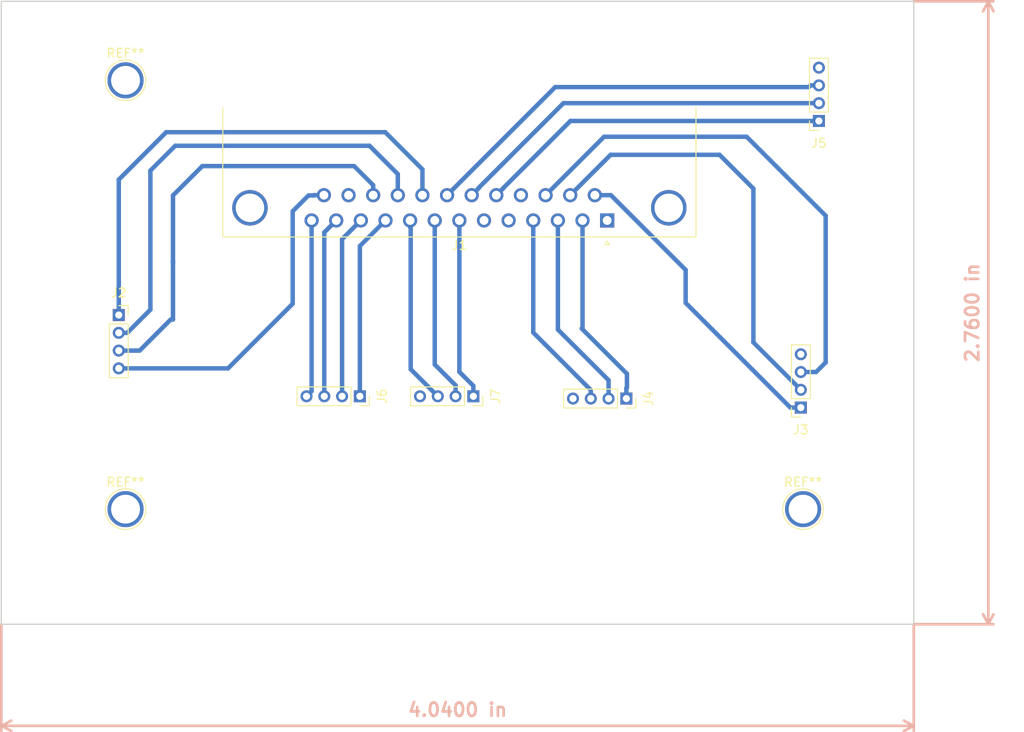
<source format=kicad_pcb>
(kicad_pcb (version 20171130) (host pcbnew "(5.0.0)")

  (general
    (thickness 1.6)
    (drawings 7)
    (tracks 90)
    (zones 0)
    (modules 10)
    (nets 30)
  )

  (page A4)
  (layers
    (0 F.Cu signal)
    (31 B.Cu signal)
    (32 B.Adhes user)
    (33 F.Adhes user)
    (34 B.Paste user)
    (35 F.Paste user)
    (36 B.SilkS user)
    (37 F.SilkS user)
    (38 B.Mask user)
    (39 F.Mask user)
    (40 Dwgs.User user)
    (41 Cmts.User user)
    (42 Eco1.User user)
    (43 Eco2.User user)
    (44 Edge.Cuts user)
    (45 Margin user)
    (46 B.CrtYd user)
    (47 F.CrtYd user)
    (48 B.Fab user)
    (49 F.Fab user)
  )

  (setup
    (last_trace_width 0.5)
    (trace_clearance 0.2)
    (zone_clearance 0.508)
    (zone_45_only no)
    (trace_min 0.2)
    (segment_width 0.2)
    (edge_width 0.15)
    (via_size 0.8)
    (via_drill 0.4)
    (via_min_size 0.4)
    (via_min_drill 0.3)
    (uvia_size 0.3)
    (uvia_drill 0.1)
    (uvias_allowed no)
    (uvia_min_size 0.2)
    (uvia_min_drill 0.1)
    (pcb_text_width 0.3)
    (pcb_text_size 1.5 1.5)
    (mod_edge_width 0.15)
    (mod_text_size 1 1)
    (mod_text_width 0.15)
    (pad_size 4.064 4.064)
    (pad_drill 3.248)
    (pad_to_mask_clearance 0.2)
    (solder_mask_min_width 0.25)
    (aux_axis_origin 0 0)
    (visible_elements 7FFFFFFF)
    (pcbplotparams
      (layerselection 0x010fc_ffffffff)
      (usegerberextensions false)
      (usegerberattributes false)
      (usegerberadvancedattributes false)
      (creategerberjobfile false)
      (excludeedgelayer true)
      (linewidth 0.100000)
      (plotframeref false)
      (viasonmask false)
      (mode 1)
      (useauxorigin false)
      (hpglpennumber 1)
      (hpglpenspeed 20)
      (hpglpendiameter 15.000000)
      (psnegative false)
      (psa4output false)
      (plotreference true)
      (plotvalue true)
      (plotinvisibletext false)
      (padsonsilk false)
      (subtractmaskfromsilk false)
      (outputformat 1)
      (mirror false)
      (drillshape 1)
      (scaleselection 1)
      (outputdirectory ""))
  )

  (net 0 "")
  (net 1 "Net-(J1-Pad1)")
  (net 2 "Net-(J1-Pad5)")
  (net 3 "Net-(J1-Pad6)")
  (net 4 "Net-(J1-Pad17)")
  (net 5 "Net-(J1-Pad24)")
  (net 6 "Net-(J5-Pad4)")
  (net 7 "Net-(J7-Pad4)")
  (net 8 B2)
  (net 9 B4)
  (net 10 B1)
  (net 11 L4)
  (net 12 L6)
  (net 13 M1)
  (net 14 L2)
  (net 15 L5)
  (net 16 L3)
  (net 17 L1)
  (net 18 B6)
  (net 19 B3)
  (net 20 B5)
  (net 21 LC)
  (net 22 Sensor)
  (net 23 M2)
  (net 24 +5V)
  (net 25 +5VA)
  (net 26 +12V)
  (net 27 GND)
  (net 28 "Net-(J3-Pad4)")
  (net 29 "Net-(J4-Pad4)")

  (net_class Default "This is the default net class."
    (clearance 0.2)
    (trace_width 0.5)
    (via_dia 0.8)
    (via_drill 0.4)
    (uvia_dia 0.3)
    (uvia_drill 0.1)
    (add_net +12V)
    (add_net +5V)
    (add_net +5VA)
    (add_net B1)
    (add_net B2)
    (add_net B3)
    (add_net B4)
    (add_net B5)
    (add_net B6)
    (add_net GND)
    (add_net L1)
    (add_net L2)
    (add_net L3)
    (add_net L4)
    (add_net L5)
    (add_net L6)
    (add_net LC)
    (add_net M1)
    (add_net M2)
    (add_net "Net-(J1-Pad1)")
    (add_net "Net-(J1-Pad17)")
    (add_net "Net-(J1-Pad24)")
    (add_net "Net-(J1-Pad5)")
    (add_net "Net-(J1-Pad6)")
    (add_net "Net-(J3-Pad4)")
    (add_net "Net-(J4-Pad4)")
    (add_net "Net-(J5-Pad4)")
    (add_net "Net-(J7-Pad4)")
    (add_net Sensor)
  )

  (net_class POWER ""
    (clearance 0.2)
    (trace_width 0.8)
    (via_dia 0.8)
    (via_drill 0.4)
    (uvia_dia 0.3)
    (uvia_drill 0.1)
  )

  (module Connectors:1pin (layer F.Cu) (tedit 5BE44C85) (tstamp 5BE44DDE)
    (at 114.3 45.72)
    (descr "module 1 pin (ou trou mecanique de percage)")
    (tags DEV)
    (fp_text reference REF** (at 0 -3.048) (layer F.SilkS)
      (effects (font (size 1 1) (thickness 0.15)))
    )
    (fp_text value 1pin (at 0 3) (layer F.Fab)
      (effects (font (size 1 1) (thickness 0.15)))
    )
    (fp_circle (center 0 0) (end 2 0.8) (layer F.Fab) (width 0.1))
    (fp_circle (center 0 0) (end 2.6 0) (layer F.CrtYd) (width 0.05))
    (fp_circle (center 0 0) (end 0 -2.286) (layer F.SilkS) (width 0.12))
    (pad 1 thru_hole circle (at 0 0) (size 4.064 4.064) (drill 3.248) (layers *.Cu *.Mask))
  )

  (module Connectors:1pin (layer F.Cu) (tedit 5BE44C85) (tstamp 5BE44D17)
    (at 114.3 93.98)
    (descr "module 1 pin (ou trou mecanique de percage)")
    (tags DEV)
    (fp_text reference REF** (at 0 -3.048) (layer F.SilkS)
      (effects (font (size 1 1) (thickness 0.15)))
    )
    (fp_text value 1pin (at 0 3) (layer F.Fab)
      (effects (font (size 1 1) (thickness 0.15)))
    )
    (fp_circle (center 0 0) (end 0 -2.286) (layer F.SilkS) (width 0.12))
    (fp_circle (center 0 0) (end 2.6 0) (layer F.CrtYd) (width 0.05))
    (fp_circle (center 0 0) (end 2 0.8) (layer F.Fab) (width 0.1))
    (pad 1 thru_hole circle (at 0 0) (size 4.064 4.064) (drill 3.248) (layers *.Cu *.Mask))
  )

  (module Connector_Dsub:DSUB-25_Male_Horizontal_P2.77x2.84mm_EdgePinOffset9.90mm_Housed_MountingHolesOffset11.32mm (layer F.Cu) (tedit 59FEDEE2) (tstamp 5BD0A4D7)
    (at 168.463001 61.488339 180)
    (descr "25-pin D-Sub connector, horizontal/angled (90 deg), THT-mount, male, pitch 2.77x2.84mm, pin-PCB-offset 9.9mm, distance of mounting holes 47.1mm, distance of mounting holes to PCB edge 11.32mm, see https://disti-assets.s3.amazonaws.com/tonar/files/datasheets/16730.pdf")
    (tags "25-pin D-Sub connector horizontal angled 90deg THT male pitch 2.77x2.84mm pin-PCB-offset 9.9mm mounting-holes-distance 47.1mm mounting-hole-offset 47.1mm")
    (path /5BBD7A36)
    (fp_text reference J1 (at 16.62 -2.8 180) (layer F.SilkS)
      (effects (font (size 1 1) (thickness 0.15)))
    )
    (fp_text value DB25_Male (at 16.62 20.64 180) (layer F.Fab)
      (effects (font (size 1 1) (thickness 0.15)))
    )
    (fp_arc (start -6.93 1.42) (end -8.53 1.42) (angle 180) (layer F.Fab) (width 0.1))
    (fp_arc (start 40.17 1.42) (end 38.57 1.42) (angle 180) (layer F.Fab) (width 0.1))
    (fp_line (start -9.93 -1.8) (end -9.93 12.74) (layer F.Fab) (width 0.1))
    (fp_line (start -9.93 12.74) (end 43.17 12.74) (layer F.Fab) (width 0.1))
    (fp_line (start 43.17 12.74) (end 43.17 -1.8) (layer F.Fab) (width 0.1))
    (fp_line (start 43.17 -1.8) (end -9.93 -1.8) (layer F.Fab) (width 0.1))
    (fp_line (start -9.93 12.74) (end -9.93 13.14) (layer F.Fab) (width 0.1))
    (fp_line (start -9.93 13.14) (end 43.17 13.14) (layer F.Fab) (width 0.1))
    (fp_line (start 43.17 13.14) (end 43.17 12.74) (layer F.Fab) (width 0.1))
    (fp_line (start 43.17 12.74) (end -9.93 12.74) (layer F.Fab) (width 0.1))
    (fp_line (start -2.53 13.14) (end -2.53 19.14) (layer F.Fab) (width 0.1))
    (fp_line (start -2.53 19.14) (end 35.77 19.14) (layer F.Fab) (width 0.1))
    (fp_line (start 35.77 19.14) (end 35.77 13.14) (layer F.Fab) (width 0.1))
    (fp_line (start 35.77 13.14) (end -2.53 13.14) (layer F.Fab) (width 0.1))
    (fp_line (start -9.43 13.14) (end -9.43 18.14) (layer F.Fab) (width 0.1))
    (fp_line (start -9.43 18.14) (end -4.43 18.14) (layer F.Fab) (width 0.1))
    (fp_line (start -4.43 18.14) (end -4.43 13.14) (layer F.Fab) (width 0.1))
    (fp_line (start -4.43 13.14) (end -9.43 13.14) (layer F.Fab) (width 0.1))
    (fp_line (start 37.67 13.14) (end 37.67 18.14) (layer F.Fab) (width 0.1))
    (fp_line (start 37.67 18.14) (end 42.67 18.14) (layer F.Fab) (width 0.1))
    (fp_line (start 42.67 18.14) (end 42.67 13.14) (layer F.Fab) (width 0.1))
    (fp_line (start 42.67 13.14) (end 37.67 13.14) (layer F.Fab) (width 0.1))
    (fp_line (start -8.53 12.74) (end -8.53 1.42) (layer F.Fab) (width 0.1))
    (fp_line (start -5.33 12.74) (end -5.33 1.42) (layer F.Fab) (width 0.1))
    (fp_line (start 38.57 12.74) (end 38.57 1.42) (layer F.Fab) (width 0.1))
    (fp_line (start 41.77 12.74) (end 41.77 1.42) (layer F.Fab) (width 0.1))
    (fp_line (start -9.99 12.68) (end -9.99 -1.86) (layer F.SilkS) (width 0.12))
    (fp_line (start -9.99 -1.86) (end 43.23 -1.86) (layer F.SilkS) (width 0.12))
    (fp_line (start 43.23 -1.86) (end 43.23 12.68) (layer F.SilkS) (width 0.12))
    (fp_line (start -0.25 -2.754338) (end 0.25 -2.754338) (layer F.SilkS) (width 0.12))
    (fp_line (start 0.25 -2.754338) (end 0 -2.321325) (layer F.SilkS) (width 0.12))
    (fp_line (start 0 -2.321325) (end -0.25 -2.754338) (layer F.SilkS) (width 0.12))
    (fp_line (start -10.45 -2.35) (end -10.45 19.65) (layer F.CrtYd) (width 0.05))
    (fp_line (start -10.45 19.65) (end 43.7 19.65) (layer F.CrtYd) (width 0.05))
    (fp_line (start 43.7 19.65) (end 43.7 -2.35) (layer F.CrtYd) (width 0.05))
    (fp_line (start 43.7 -2.35) (end -10.45 -2.35) (layer F.CrtYd) (width 0.05))
    (fp_text user %R (at 16.62 16.14 180) (layer F.Fab)
      (effects (font (size 1 1) (thickness 0.15)))
    )
    (pad 1 thru_hole rect (at 0 0 180) (size 1.6 1.6) (drill 1) (layers *.Cu *.Mask)
      (net 1 "Net-(J1-Pad1)"))
    (pad 2 thru_hole circle (at 2.77 0 180) (size 1.6 1.6) (drill 1) (layers *.Cu *.Mask)
      (net 8 B2))
    (pad 3 thru_hole circle (at 5.54 0 180) (size 1.6 1.6) (drill 1) (layers *.Cu *.Mask)
      (net 9 B4))
    (pad 4 thru_hole circle (at 8.31 0 180) (size 1.6 1.6) (drill 1) (layers *.Cu *.Mask)
      (net 10 B1))
    (pad 5 thru_hole circle (at 11.08 0 180) (size 1.6 1.6) (drill 1) (layers *.Cu *.Mask)
      (net 2 "Net-(J1-Pad5)"))
    (pad 6 thru_hole circle (at 13.85 0 180) (size 1.6 1.6) (drill 1) (layers *.Cu *.Mask)
      (net 3 "Net-(J1-Pad6)"))
    (pad 7 thru_hole circle (at 16.62 0 180) (size 1.6 1.6) (drill 1) (layers *.Cu *.Mask)
      (net 11 L4))
    (pad 8 thru_hole circle (at 19.39 0 180) (size 1.6 1.6) (drill 1) (layers *.Cu *.Mask)
      (net 12 L6))
    (pad 9 thru_hole circle (at 22.16 0 180) (size 1.6 1.6) (drill 1) (layers *.Cu *.Mask)
      (net 13 M1))
    (pad 10 thru_hole circle (at 24.93 0 180) (size 1.6 1.6) (drill 1) (layers *.Cu *.Mask)
      (net 14 L2))
    (pad 11 thru_hole circle (at 27.7 0 180) (size 1.6 1.6) (drill 1) (layers *.Cu *.Mask)
      (net 15 L5))
    (pad 12 thru_hole circle (at 30.47 0 180) (size 1.6 1.6) (drill 1) (layers *.Cu *.Mask)
      (net 16 L3))
    (pad 13 thru_hole circle (at 33.24 0 180) (size 1.6 1.6) (drill 1) (layers *.Cu *.Mask)
      (net 17 L1))
    (pad 14 thru_hole circle (at 1.385 2.84 180) (size 1.6 1.6) (drill 1) (layers *.Cu *.Mask)
      (net 18 B6))
    (pad 15 thru_hole circle (at 4.155 2.84 180) (size 1.6 1.6) (drill 1) (layers *.Cu *.Mask)
      (net 19 B3))
    (pad 16 thru_hole circle (at 6.925 2.84 180) (size 1.6 1.6) (drill 1) (layers *.Cu *.Mask)
      (net 20 B5))
    (pad 17 thru_hole circle (at 9.695 2.84 180) (size 1.6 1.6) (drill 1) (layers *.Cu *.Mask)
      (net 4 "Net-(J1-Pad17)"))
    (pad 18 thru_hole circle (at 12.465 2.84 180) (size 1.6 1.6) (drill 1) (layers *.Cu *.Mask)
      (net 21 LC))
    (pad 19 thru_hole circle (at 15.235 2.84 180) (size 1.6 1.6) (drill 1) (layers *.Cu *.Mask)
      (net 22 Sensor))
    (pad 20 thru_hole circle (at 18.005 2.84 180) (size 1.6 1.6) (drill 1) (layers *.Cu *.Mask)
      (net 23 M2))
    (pad 21 thru_hole circle (at 20.775 2.84 180) (size 1.6 1.6) (drill 1) (layers *.Cu *.Mask)
      (net 24 +5V))
    (pad 22 thru_hole circle (at 23.545 2.84 180) (size 1.6 1.6) (drill 1) (layers *.Cu *.Mask)
      (net 25 +5VA))
    (pad 23 thru_hole circle (at 26.315 2.84 180) (size 1.6 1.6) (drill 1) (layers *.Cu *.Mask)
      (net 26 +12V))
    (pad 24 thru_hole circle (at 29.085 2.84 180) (size 1.6 1.6) (drill 1) (layers *.Cu *.Mask)
      (net 5 "Net-(J1-Pad24)"))
    (pad 25 thru_hole circle (at 31.855 2.84 180) (size 1.6 1.6) (drill 1) (layers *.Cu *.Mask)
      (net 27 GND))
    (pad 0 thru_hole circle (at -6.93 1.42 180) (size 4 4) (drill 3.2) (layers *.Cu *.Mask))
    (pad 0 thru_hole circle (at 40.17 1.42 180) (size 4 4) (drill 3.2) (layers *.Cu *.Mask))
    (model ${KISYS3DMOD}/Connector_Dsub.3dshapes/DSUB-25_Male_Horizontal_P2.77x2.84mm_EdgePinOffset9.90mm_Housed_MountingHolesOffset11.32mm.wrl
      (at (xyz 0 0 0))
      (scale (xyz 1 1 1))
      (rotate (xyz 0 0 0))
    )
  )

  (module Connector_PinSocket_2.00mm:PinSocket_1x04_P2.00mm_Vertical (layer F.Cu) (tedit 5A19A425) (tstamp 5BD0A421)
    (at 113.538 72.136)
    (descr "Through hole straight socket strip, 1x04, 2.00mm pitch, single row (from Kicad 4.0.7), script generated")
    (tags "Through hole socket strip THT 1x04 2.00mm single row")
    (path /5BBD5659)
    (fp_text reference J2 (at 0 -2.5) (layer F.SilkS)
      (effects (font (size 1 1) (thickness 0.15)))
    )
    (fp_text value Conn_01x04 (at 0 8.5) (layer F.Fab)
      (effects (font (size 1 1) (thickness 0.15)))
    )
    (fp_text user %R (at 0 3 90) (layer F.Fab)
      (effects (font (size 1 1) (thickness 0.15)))
    )
    (fp_line (start -1.5 7.5) (end -1.5 -1.5) (layer F.CrtYd) (width 0.05))
    (fp_line (start 1.5 7.5) (end -1.5 7.5) (layer F.CrtYd) (width 0.05))
    (fp_line (start 1.5 -1.5) (end 1.5 7.5) (layer F.CrtYd) (width 0.05))
    (fp_line (start -1.5 -1.5) (end 1.5 -1.5) (layer F.CrtYd) (width 0.05))
    (fp_line (start 0 -1.06) (end 1.06 -1.06) (layer F.SilkS) (width 0.12))
    (fp_line (start 1.06 -1.06) (end 1.06 0) (layer F.SilkS) (width 0.12))
    (fp_line (start 1.06 1) (end 1.06 7.06) (layer F.SilkS) (width 0.12))
    (fp_line (start -1.06 7.06) (end 1.06 7.06) (layer F.SilkS) (width 0.12))
    (fp_line (start -1.06 1) (end -1.06 7.06) (layer F.SilkS) (width 0.12))
    (fp_line (start -1.06 1) (end 1.06 1) (layer F.SilkS) (width 0.12))
    (fp_line (start -1 7) (end -1 -1) (layer F.Fab) (width 0.1))
    (fp_line (start 1 7) (end -1 7) (layer F.Fab) (width 0.1))
    (fp_line (start 1 -0.5) (end 1 7) (layer F.Fab) (width 0.1))
    (fp_line (start 0.5 -1) (end 1 -0.5) (layer F.Fab) (width 0.1))
    (fp_line (start -1 -1) (end 0.5 -1) (layer F.Fab) (width 0.1))
    (pad 4 thru_hole oval (at 0 6) (size 1.35 1.35) (drill 0.8) (layers *.Cu *.Mask)
      (net 27 GND))
    (pad 3 thru_hole oval (at 0 4) (size 1.35 1.35) (drill 0.8) (layers *.Cu *.Mask)
      (net 26 +12V))
    (pad 2 thru_hole oval (at 0 2) (size 1.35 1.35) (drill 0.8) (layers *.Cu *.Mask)
      (net 25 +5VA))
    (pad 1 thru_hole rect (at 0 0) (size 1.35 1.35) (drill 0.8) (layers *.Cu *.Mask)
      (net 24 +5V))
    (model ${KISYS3DMOD}/Connector_PinSocket_2.00mm.3dshapes/PinSocket_1x04_P2.00mm_Vertical.wrl
      (at (xyz 0 0 0))
      (scale (xyz 1 1 1))
      (rotate (xyz 0 0 0))
    )
  )

  (module Connector_PinSocket_2.00mm:PinSocket_1x04_P2.00mm_Vertical (layer F.Cu) (tedit 5A19A425) (tstamp 5BD0A5BF)
    (at 190.246 82.55 180)
    (descr "Through hole straight socket strip, 1x04, 2.00mm pitch, single row (from Kicad 4.0.7), script generated")
    (tags "Through hole socket strip THT 1x04 2.00mm single row")
    (path /5BBD5423)
    (fp_text reference J3 (at 0 -2.5 180) (layer F.SilkS)
      (effects (font (size 1 1) (thickness 0.15)))
    )
    (fp_text value Conn_01x04 (at 0 8.5 180) (layer F.Fab)
      (effects (font (size 1 1) (thickness 0.15)))
    )
    (fp_line (start -1 -1) (end 0.5 -1) (layer F.Fab) (width 0.1))
    (fp_line (start 0.5 -1) (end 1 -0.5) (layer F.Fab) (width 0.1))
    (fp_line (start 1 -0.5) (end 1 7) (layer F.Fab) (width 0.1))
    (fp_line (start 1 7) (end -1 7) (layer F.Fab) (width 0.1))
    (fp_line (start -1 7) (end -1 -1) (layer F.Fab) (width 0.1))
    (fp_line (start -1.06 1) (end 1.06 1) (layer F.SilkS) (width 0.12))
    (fp_line (start -1.06 1) (end -1.06 7.06) (layer F.SilkS) (width 0.12))
    (fp_line (start -1.06 7.06) (end 1.06 7.06) (layer F.SilkS) (width 0.12))
    (fp_line (start 1.06 1) (end 1.06 7.06) (layer F.SilkS) (width 0.12))
    (fp_line (start 1.06 -1.06) (end 1.06 0) (layer F.SilkS) (width 0.12))
    (fp_line (start 0 -1.06) (end 1.06 -1.06) (layer F.SilkS) (width 0.12))
    (fp_line (start -1.5 -1.5) (end 1.5 -1.5) (layer F.CrtYd) (width 0.05))
    (fp_line (start 1.5 -1.5) (end 1.5 7.5) (layer F.CrtYd) (width 0.05))
    (fp_line (start 1.5 7.5) (end -1.5 7.5) (layer F.CrtYd) (width 0.05))
    (fp_line (start -1.5 7.5) (end -1.5 -1.5) (layer F.CrtYd) (width 0.05))
    (fp_text user %R (at 0 3 270) (layer F.Fab)
      (effects (font (size 1 1) (thickness 0.15)))
    )
    (pad 1 thru_hole rect (at 0 0 180) (size 1.35 1.35) (drill 0.8) (layers *.Cu *.Mask)
      (net 18 B6))
    (pad 2 thru_hole oval (at 0 2 180) (size 1.35 1.35) (drill 0.8) (layers *.Cu *.Mask)
      (net 19 B3))
    (pad 3 thru_hole oval (at 0 4 180) (size 1.35 1.35) (drill 0.8) (layers *.Cu *.Mask)
      (net 20 B5))
    (pad 4 thru_hole oval (at 0 6 180) (size 1.35 1.35) (drill 0.8) (layers *.Cu *.Mask)
      (net 28 "Net-(J3-Pad4)"))
    (model ${KISYS3DMOD}/Connector_PinSocket_2.00mm.3dshapes/PinSocket_1x04_P2.00mm_Vertical.wrl
      (at (xyz 0 0 0))
      (scale (xyz 1 1 1))
      (rotate (xyz 0 0 0))
    )
  )

  (module Connector_PinSocket_2.00mm:PinSocket_1x04_P2.00mm_Vertical (layer F.Cu) (tedit 5A19A425) (tstamp 5BD0A3CD)
    (at 170.624 81.534 270)
    (descr "Through hole straight socket strip, 1x04, 2.00mm pitch, single row (from Kicad 4.0.7), script generated")
    (tags "Through hole socket strip THT 1x04 2.00mm single row")
    (path /5BBD5485)
    (fp_text reference J4 (at 0 -2.5 270) (layer F.SilkS)
      (effects (font (size 1 1) (thickness 0.15)))
    )
    (fp_text value Conn_01x04 (at 0 8.5 270) (layer F.Fab)
      (effects (font (size 1 1) (thickness 0.15)))
    )
    (fp_text user %R (at 0 3) (layer F.Fab)
      (effects (font (size 1 1) (thickness 0.15)))
    )
    (fp_line (start -1.5 7.5) (end -1.5 -1.5) (layer F.CrtYd) (width 0.05))
    (fp_line (start 1.5 7.5) (end -1.5 7.5) (layer F.CrtYd) (width 0.05))
    (fp_line (start 1.5 -1.5) (end 1.5 7.5) (layer F.CrtYd) (width 0.05))
    (fp_line (start -1.5 -1.5) (end 1.5 -1.5) (layer F.CrtYd) (width 0.05))
    (fp_line (start 0 -1.06) (end 1.06 -1.06) (layer F.SilkS) (width 0.12))
    (fp_line (start 1.06 -1.06) (end 1.06 0) (layer F.SilkS) (width 0.12))
    (fp_line (start 1.06 1) (end 1.06 7.06) (layer F.SilkS) (width 0.12))
    (fp_line (start -1.06 7.06) (end 1.06 7.06) (layer F.SilkS) (width 0.12))
    (fp_line (start -1.06 1) (end -1.06 7.06) (layer F.SilkS) (width 0.12))
    (fp_line (start -1.06 1) (end 1.06 1) (layer F.SilkS) (width 0.12))
    (fp_line (start -1 7) (end -1 -1) (layer F.Fab) (width 0.1))
    (fp_line (start 1 7) (end -1 7) (layer F.Fab) (width 0.1))
    (fp_line (start 1 -0.5) (end 1 7) (layer F.Fab) (width 0.1))
    (fp_line (start 0.5 -1) (end 1 -0.5) (layer F.Fab) (width 0.1))
    (fp_line (start -1 -1) (end 0.5 -1) (layer F.Fab) (width 0.1))
    (pad 4 thru_hole oval (at 0 6 270) (size 1.35 1.35) (drill 0.8) (layers *.Cu *.Mask)
      (net 29 "Net-(J4-Pad4)"))
    (pad 3 thru_hole oval (at 0 4 270) (size 1.35 1.35) (drill 0.8) (layers *.Cu *.Mask)
      (net 10 B1))
    (pad 2 thru_hole oval (at 0 2 270) (size 1.35 1.35) (drill 0.8) (layers *.Cu *.Mask)
      (net 9 B4))
    (pad 1 thru_hole rect (at 0 0 270) (size 1.35 1.35) (drill 0.8) (layers *.Cu *.Mask)
      (net 8 B2))
    (model ${KISYS3DMOD}/Connector_PinSocket_2.00mm.3dshapes/PinSocket_1x04_P2.00mm_Vertical.wrl
      (at (xyz 0 0 0))
      (scale (xyz 1 1 1))
      (rotate (xyz 0 0 0))
    )
  )

  (module Connector_PinSocket_2.00mm:PinSocket_1x04_P2.00mm_Vertical (layer F.Cu) (tedit 5A19A425) (tstamp 5BD0A298)
    (at 192.278 50.292 180)
    (descr "Through hole straight socket strip, 1x04, 2.00mm pitch, single row (from Kicad 4.0.7), script generated")
    (tags "Through hole socket strip THT 1x04 2.00mm single row")
    (path /5BBD54BF)
    (fp_text reference J5 (at 0 -2.5 180) (layer F.SilkS)
      (effects (font (size 1 1) (thickness 0.15)))
    )
    (fp_text value Conn_01x04 (at 0 8.5 180) (layer F.Fab)
      (effects (font (size 1 1) (thickness 0.15)))
    )
    (fp_line (start -1 -1) (end 0.5 -1) (layer F.Fab) (width 0.1))
    (fp_line (start 0.5 -1) (end 1 -0.5) (layer F.Fab) (width 0.1))
    (fp_line (start 1 -0.5) (end 1 7) (layer F.Fab) (width 0.1))
    (fp_line (start 1 7) (end -1 7) (layer F.Fab) (width 0.1))
    (fp_line (start -1 7) (end -1 -1) (layer F.Fab) (width 0.1))
    (fp_line (start -1.06 1) (end 1.06 1) (layer F.SilkS) (width 0.12))
    (fp_line (start -1.06 1) (end -1.06 7.06) (layer F.SilkS) (width 0.12))
    (fp_line (start -1.06 7.06) (end 1.06 7.06) (layer F.SilkS) (width 0.12))
    (fp_line (start 1.06 1) (end 1.06 7.06) (layer F.SilkS) (width 0.12))
    (fp_line (start 1.06 -1.06) (end 1.06 0) (layer F.SilkS) (width 0.12))
    (fp_line (start 0 -1.06) (end 1.06 -1.06) (layer F.SilkS) (width 0.12))
    (fp_line (start -1.5 -1.5) (end 1.5 -1.5) (layer F.CrtYd) (width 0.05))
    (fp_line (start 1.5 -1.5) (end 1.5 7.5) (layer F.CrtYd) (width 0.05))
    (fp_line (start 1.5 7.5) (end -1.5 7.5) (layer F.CrtYd) (width 0.05))
    (fp_line (start -1.5 7.5) (end -1.5 -1.5) (layer F.CrtYd) (width 0.05))
    (fp_text user %R (at 0 3 270) (layer F.Fab)
      (effects (font (size 1 1) (thickness 0.15)))
    )
    (pad 1 thru_hole rect (at 0 0 180) (size 1.35 1.35) (drill 0.8) (layers *.Cu *.Mask)
      (net 21 LC))
    (pad 2 thru_hole oval (at 0 2 180) (size 1.35 1.35) (drill 0.8) (layers *.Cu *.Mask)
      (net 22 Sensor))
    (pad 3 thru_hole oval (at 0 4 180) (size 1.35 1.35) (drill 0.8) (layers *.Cu *.Mask)
      (net 23 M2))
    (pad 4 thru_hole oval (at 0 6 180) (size 1.35 1.35) (drill 0.8) (layers *.Cu *.Mask)
      (net 6 "Net-(J5-Pad4)"))
    (model ${KISYS3DMOD}/Connector_PinSocket_2.00mm.3dshapes/PinSocket_1x04_P2.00mm_Vertical.wrl
      (at (xyz 0 0 0))
      (scale (xyz 1 1 1))
      (rotate (xyz 0 0 0))
    )
  )

  (module Connector_PinSocket_2.00mm:PinSocket_1x04_P2.00mm_Vertical (layer F.Cu) (tedit 5A19A425) (tstamp 5BD0A466)
    (at 140.652 81.28 270)
    (descr "Through hole straight socket strip, 1x04, 2.00mm pitch, single row (from Kicad 4.0.7), script generated")
    (tags "Through hole socket strip THT 1x04 2.00mm single row")
    (path /5BBD5505)
    (fp_text reference J6 (at 0 -2.5 270) (layer F.SilkS)
      (effects (font (size 1 1) (thickness 0.15)))
    )
    (fp_text value Conn_01x04 (at 0 8.5 270) (layer F.Fab)
      (effects (font (size 1 1) (thickness 0.15)))
    )
    (fp_text user %R (at 0 3) (layer F.Fab)
      (effects (font (size 1 1) (thickness 0.15)))
    )
    (fp_line (start -1.5 7.5) (end -1.5 -1.5) (layer F.CrtYd) (width 0.05))
    (fp_line (start 1.5 7.5) (end -1.5 7.5) (layer F.CrtYd) (width 0.05))
    (fp_line (start 1.5 -1.5) (end 1.5 7.5) (layer F.CrtYd) (width 0.05))
    (fp_line (start -1.5 -1.5) (end 1.5 -1.5) (layer F.CrtYd) (width 0.05))
    (fp_line (start 0 -1.06) (end 1.06 -1.06) (layer F.SilkS) (width 0.12))
    (fp_line (start 1.06 -1.06) (end 1.06 0) (layer F.SilkS) (width 0.12))
    (fp_line (start 1.06 1) (end 1.06 7.06) (layer F.SilkS) (width 0.12))
    (fp_line (start -1.06 7.06) (end 1.06 7.06) (layer F.SilkS) (width 0.12))
    (fp_line (start -1.06 1) (end -1.06 7.06) (layer F.SilkS) (width 0.12))
    (fp_line (start -1.06 1) (end 1.06 1) (layer F.SilkS) (width 0.12))
    (fp_line (start -1 7) (end -1 -1) (layer F.Fab) (width 0.1))
    (fp_line (start 1 7) (end -1 7) (layer F.Fab) (width 0.1))
    (fp_line (start 1 -0.5) (end 1 7) (layer F.Fab) (width 0.1))
    (fp_line (start 0.5 -1) (end 1 -0.5) (layer F.Fab) (width 0.1))
    (fp_line (start -1 -1) (end 0.5 -1) (layer F.Fab) (width 0.1))
    (pad 4 thru_hole oval (at 0 6 270) (size 1.35 1.35) (drill 0.8) (layers *.Cu *.Mask)
      (net 17 L1))
    (pad 3 thru_hole oval (at 0 4 270) (size 1.35 1.35) (drill 0.8) (layers *.Cu *.Mask)
      (net 16 L3))
    (pad 2 thru_hole oval (at 0 2 270) (size 1.35 1.35) (drill 0.8) (layers *.Cu *.Mask)
      (net 15 L5))
    (pad 1 thru_hole rect (at 0 0 270) (size 1.35 1.35) (drill 0.8) (layers *.Cu *.Mask)
      (net 14 L2))
    (model ${KISYS3DMOD}/Connector_PinSocket_2.00mm.3dshapes/PinSocket_1x04_P2.00mm_Vertical.wrl
      (at (xyz 0 0 0))
      (scale (xyz 1 1 1))
      (rotate (xyz 0 0 0))
    )
  )

  (module Connector_PinSocket_2.00mm:PinSocket_1x04_P2.00mm_Vertical (layer F.Cu) (tedit 5A19A425) (tstamp 5BD0A2E0)
    (at 153.416 81.28 270)
    (descr "Through hole straight socket strip, 1x04, 2.00mm pitch, single row (from Kicad 4.0.7), script generated")
    (tags "Through hole socket strip THT 1x04 2.00mm single row")
    (path /5BBD55F7)
    (fp_text reference J7 (at 0 -2.5 270) (layer F.SilkS)
      (effects (font (size 1 1) (thickness 0.15)))
    )
    (fp_text value Conn_01x04 (at 0 8.5 270) (layer F.Fab)
      (effects (font (size 1 1) (thickness 0.15)))
    )
    (fp_line (start -1 -1) (end 0.5 -1) (layer F.Fab) (width 0.1))
    (fp_line (start 0.5 -1) (end 1 -0.5) (layer F.Fab) (width 0.1))
    (fp_line (start 1 -0.5) (end 1 7) (layer F.Fab) (width 0.1))
    (fp_line (start 1 7) (end -1 7) (layer F.Fab) (width 0.1))
    (fp_line (start -1 7) (end -1 -1) (layer F.Fab) (width 0.1))
    (fp_line (start -1.06 1) (end 1.06 1) (layer F.SilkS) (width 0.12))
    (fp_line (start -1.06 1) (end -1.06 7.06) (layer F.SilkS) (width 0.12))
    (fp_line (start -1.06 7.06) (end 1.06 7.06) (layer F.SilkS) (width 0.12))
    (fp_line (start 1.06 1) (end 1.06 7.06) (layer F.SilkS) (width 0.12))
    (fp_line (start 1.06 -1.06) (end 1.06 0) (layer F.SilkS) (width 0.12))
    (fp_line (start 0 -1.06) (end 1.06 -1.06) (layer F.SilkS) (width 0.12))
    (fp_line (start -1.5 -1.5) (end 1.5 -1.5) (layer F.CrtYd) (width 0.05))
    (fp_line (start 1.5 -1.5) (end 1.5 7.5) (layer F.CrtYd) (width 0.05))
    (fp_line (start 1.5 7.5) (end -1.5 7.5) (layer F.CrtYd) (width 0.05))
    (fp_line (start -1.5 7.5) (end -1.5 -1.5) (layer F.CrtYd) (width 0.05))
    (fp_text user %R (at 0 3) (layer F.Fab)
      (effects (font (size 1 1) (thickness 0.15)))
    )
    (pad 1 thru_hole rect (at 0 0 270) (size 1.35 1.35) (drill 0.8) (layers *.Cu *.Mask)
      (net 11 L4))
    (pad 2 thru_hole oval (at 0 2 270) (size 1.35 1.35) (drill 0.8) (layers *.Cu *.Mask)
      (net 12 L6))
    (pad 3 thru_hole oval (at 0 4 270) (size 1.35 1.35) (drill 0.8) (layers *.Cu *.Mask)
      (net 13 M1))
    (pad 4 thru_hole oval (at 0 6 270) (size 1.35 1.35) (drill 0.8) (layers *.Cu *.Mask)
      (net 7 "Net-(J7-Pad4)"))
    (model ${KISYS3DMOD}/Connector_PinSocket_2.00mm.3dshapes/PinSocket_1x04_P2.00mm_Vertical.wrl
      (at (xyz 0 0 0))
      (scale (xyz 1 1 1))
      (rotate (xyz 0 0 0))
    )
  )

  (module Connectors:1pin (layer F.Cu) (tedit 5BE44C85) (tstamp 5BE44C77)
    (at 190.5 93.98)
    (descr "module 1 pin (ou trou mecanique de percage)")
    (tags DEV)
    (fp_text reference REF** (at 0 -3.048) (layer F.SilkS)
      (effects (font (size 1 1) (thickness 0.15)))
    )
    (fp_text value 1pin (at 0 3) (layer F.Fab)
      (effects (font (size 1 1) (thickness 0.15)))
    )
    (fp_circle (center 0 0) (end 2 0.8) (layer F.Fab) (width 0.1))
    (fp_circle (center 0 0) (end 2.6 0) (layer F.CrtYd) (width 0.05))
    (fp_circle (center 0 0) (end 0 -2.286) (layer F.SilkS) (width 0.12))
    (pad 1 thru_hole circle (at 0 0) (size 4.064 4.064) (drill 3.248) (layers *.Cu *.Mask))
  )

  (dimension 70.104 (width 0.3) (layer B.SilkS)
    (gr_text "70.104 mm" (at 213.428 71.882 270) (layer B.SilkS)
      (effects (font (size 1.5 1.5) (thickness 0.3)))
    )
    (feature1 (pts (xy 202.946 106.934) (xy 211.914421 106.934)))
    (feature2 (pts (xy 202.946 36.83) (xy 211.914421 36.83)))
    (crossbar (pts (xy 211.328 36.83) (xy 211.328 106.934)))
    (arrow1a (pts (xy 211.328 106.934) (xy 210.741579 105.807496)))
    (arrow1b (pts (xy 211.328 106.934) (xy 211.914421 105.807496)))
    (arrow2a (pts (xy 211.328 36.83) (xy 210.741579 37.956504)))
    (arrow2b (pts (xy 211.328 36.83) (xy 211.914421 37.956504)))
  )
  (dimension 102.616 (width 0.3) (layer B.SilkS)
    (gr_text "102.616 mm" (at 151.638 120.464) (layer B.SilkS)
      (effects (font (size 1.5 1.5) (thickness 0.3)))
    )
    (feature1 (pts (xy 202.946 106.934) (xy 202.946 118.950421)))
    (feature2 (pts (xy 100.33 106.934) (xy 100.33 118.950421)))
    (crossbar (pts (xy 100.33 118.364) (xy 202.946 118.364)))
    (arrow1a (pts (xy 202.946 118.364) (xy 201.819496 118.950421)))
    (arrow1b (pts (xy 202.946 118.364) (xy 201.819496 117.777579)))
    (arrow2a (pts (xy 100.33 118.364) (xy 101.456504 118.950421)))
    (arrow2b (pts (xy 100.33 118.364) (xy 101.456504 117.777579)))
  )
  (gr_line (start 100.33 106.934) (end 202.946 106.934) (layer Edge.Cuts) (width 0.15))
  (gr_line (start 100.33 36.83) (end 100.33 106.934) (layer Edge.Cuts) (width 0.15))
  (gr_line (start 202.946 94.742) (end 202.946 106.934) (layer Edge.Cuts) (width 0.15))
  (gr_line (start 202.946 36.83) (end 202.946 94.742) (layer Edge.Cuts) (width 0.15))
  (gr_line (start 100.33 36.83) (end 202.946 36.83) (layer Edge.Cuts) (width 0.15) (tstamp 5BD0A36F))

  (segment (start 170.624 80.359) (end 170.688 80.295) (width 0.5) (layer B.Cu) (net 8) (tstamp 5BD0A36C))
  (segment (start 170.624 81.534) (end 170.624 80.359) (width 0.5) (layer B.Cu) (net 8) (tstamp 5BD0A369))
  (segment (start 170.688 80.295) (end 170.688 78.74) (width 0.5) (layer B.Cu) (net 8) (tstamp 5BD0A2C7))
  (segment (start 170.688 78.74) (end 165.608 73.66) (width 0.5) (layer B.Cu) (net 8) (tstamp 5BD0A58E))
  (segment (start 165.693001 73.574999) (end 165.693001 61.488339) (width 0.5) (layer B.Cu) (net 8) (tstamp 5BD0A58B))
  (segment (start 165.608 73.66) (end 165.693001 73.574999) (width 0.5) (layer B.Cu) (net 8) (tstamp 5BD0A588))
  (segment (start 162.923001 73.769001) (end 162.923001 61.488339) (width 0.5) (layer B.Cu) (net 9) (tstamp 5BD0A579))
  (segment (start 168.624 79.47) (end 162.923001 73.769001) (width 0.5) (layer B.Cu) (net 9) (tstamp 5BD0A576))
  (segment (start 168.624 81.534) (end 168.624 79.47) (width 0.5) (layer B.Cu) (net 9) (tstamp 5BD0A573))
  (segment (start 160.153001 74.108407) (end 160.153001 61.488339) (width 0.5) (layer B.Cu) (net 10) (tstamp 5BD0A585))
  (segment (start 166.624 80.579406) (end 160.153001 74.108407) (width 0.5) (layer B.Cu) (net 10) (tstamp 5BD0A582))
  (segment (start 166.624 81.534) (end 166.624 80.579406) (width 0.5) (layer B.Cu) (net 10) (tstamp 5BD0A57F))
  (segment (start 153.416 81.28) (end 153.416 80.105) (width 0.5) (layer B.Cu) (net 11) (tstamp 5BD0A57C))
  (segment (start 151.843001 78.532001) (end 151.843001 61.488339) (width 0.5) (layer B.Cu) (net 11) (tstamp 5BD0A5A6))
  (segment (start 153.416 80.105) (end 151.843001 78.532001) (width 0.5) (layer B.Cu) (net 11) (tstamp 5BD0A27F))
  (segment (start 151.416 81.28) (end 151.416 80.042) (width 0.5) (layer B.Cu) (net 12) (tstamp 5BD0A5A0))
  (segment (start 149.073001 77.699001) (end 149.073001 61.488339) (width 0.5) (layer B.Cu) (net 12) (tstamp 5BD0A38D))
  (segment (start 151.416 80.042) (end 149.073001 77.699001) (width 0.5) (layer B.Cu) (net 12) (tstamp 5BD0A38A))
  (segment (start 149.416 81.28) (end 146.368 78.232) (width 0.5) (layer B.Cu) (net 13) (tstamp 5BD0A387))
  (segment (start 146.368 78.232) (end 146.368 62.294) (width 0.5) (layer B.Cu) (net 13) (tstamp 5BD0A27C))
  (segment (start 146.303001 62.229001) (end 146.303001 61.488339) (width 0.5) (layer B.Cu) (net 13) (tstamp 5BD0A279))
  (segment (start 146.368 62.294) (end 146.303001 62.229001) (width 0.5) (layer B.Cu) (net 13) (tstamp 5BD0A276))
  (segment (start 140.652 64.36934) (end 143.533001 61.488339) (width 0.5) (layer B.Cu) (net 14) (tstamp 5BD0A408))
  (segment (start 140.652 81.28) (end 140.652 64.36934) (width 0.5) (layer B.Cu) (net 14) (tstamp 5BD0A405))
  (segment (start 139.963002 62.288338) (end 140.763001 61.488339) (width 0.5) (layer B.Cu) (net 15) (tstamp 5BD0A402))
  (segment (start 138.652 63.59934) (end 139.963002 62.288338) (width 0.5) (layer B.Cu) (net 15) (tstamp 5BD0A3FF))
  (segment (start 138.652 81.28) (end 138.652 63.59934) (width 0.5) (layer B.Cu) (net 15) (tstamp 5BD0A3FC))
  (segment (start 136.652 62.82934) (end 137.993001 61.488339) (width 0.5) (layer B.Cu) (net 16) (tstamp 5BD0A384))
  (segment (start 136.652 81.28) (end 136.652 62.82934) (width 0.5) (layer B.Cu) (net 16) (tstamp 5BD0A381))
  (segment (start 135.223001 80.708999) (end 134.652 81.28) (width 0.5) (layer B.Cu) (net 17) (tstamp 5BD0A37E))
  (segment (start 135.223001 61.488339) (end 135.223001 80.708999) (width 0.5) (layer B.Cu) (net 17) (tstamp 5BD0A37B))
  (segment (start 167.078001 58.648339) (end 168.884339 58.648339) (width 0.5) (layer B.Cu) (net 18) (tstamp 5BD0A378))
  (segment (start 168.884339 58.648339) (end 177.292 67.056) (width 0.5) (layer B.Cu) (net 18) (tstamp 5BD0A375))
  (segment (start 189.071 82.55) (end 190.246 82.55) (width 0.5) (layer B.Cu) (net 18) (tstamp 5BD0A372))
  (segment (start 177.292 70.771) (end 189.071 82.55) (width 0.5) (layer B.Cu) (net 18) (tstamp 5BD0A324))
  (segment (start 177.292 67.056) (end 177.292 70.771) (width 0.5) (layer B.Cu) (net 18) (tstamp 5BD0A321))
  (segment (start 184.912 75.216) (end 184.912 57.912) (width 0.5) (layer B.Cu) (net 19) (tstamp 5BD0A31E))
  (segment (start 190.246 80.55) (end 184.912 75.216) (width 0.5) (layer B.Cu) (net 19) (tstamp 5BD0A31B))
  (segment (start 184.912 57.912) (end 181.102 54.102) (width 0.5) (layer B.Cu) (net 19) (tstamp 5BD0A318))
  (segment (start 168.85434 54.102) (end 164.308001 58.648339) (width 0.5) (layer B.Cu) (net 19) (tstamp 5BD0A315))
  (segment (start 181.102 54.102) (end 168.85434 54.102) (width 0.5) (layer B.Cu) (net 19) (tstamp 5BD0A312))
  (segment (start 190.246 78.55) (end 191.96 78.55) (width 0.5) (layer B.Cu) (net 20) (status 400000))
  (segment (start 168.11634 52.07) (end 161.538001 58.648339) (width 0.5) (layer B.Cu) (net 20) (tstamp 5BE467A3) (status 800000))
  (segment (start 184.15 52.07) (end 168.11634 52.07) (width 0.5) (layer B.Cu) (net 20) (tstamp 5BE467A1))
  (segment (start 193.04 60.96) (end 184.15 52.07) (width 0.5) (layer B.Cu) (net 20) (tstamp 5BE4679F))
  (segment (start 193.04 77.47) (end 193.04 60.96) (width 0.5) (layer B.Cu) (net 20) (tstamp 5BE4679E))
  (segment (start 191.96 78.55) (end 193.04 77.47) (width 0.5) (layer B.Cu) (net 20) (tstamp 5BE4679D))
  (segment (start 155.998001 58.648339) (end 156.798 57.84834) (width 0.5) (layer B.Cu) (net 21) (tstamp 5BD0A59D))
  (segment (start 164.338 50.292) (end 192.278 50.292) (width 0.5) (layer B.Cu) (net 21) (tstamp 5BD0A59A))
  (segment (start 156.798 57.832) (end 164.338 50.292) (width 0.5) (layer B.Cu) (net 21) (tstamp 5BD0A597))
  (segment (start 156.798 57.84834) (end 156.798 57.832) (width 0.5) (layer B.Cu) (net 21) (tstamp 5BD0A354))
  (segment (start 153.228001 58.648339) (end 154.028 57.84834) (width 0.5) (layer B.Cu) (net 22) (tstamp 5BD0A591))
  (segment (start 163.544 48.292) (end 192.278 48.292) (width 0.5) (layer B.Cu) (net 22) (tstamp 5BD0A351))
  (segment (start 154.028 57.808) (end 163.544 48.292) (width 0.5) (layer B.Cu) (net 22) (tstamp 5BD0A34E))
  (segment (start 154.028 57.84834) (end 154.028 57.808) (width 0.5) (layer B.Cu) (net 22) (tstamp 5BD0A594))
  (segment (start 192.278 46.292) (end 191.323406 46.292) (width 0.5) (layer B.Cu) (net 23) (tstamp 5BD0A348))
  (segment (start 162.62434 46.482) (end 150.458001 58.648339) (width 0.5) (layer B.Cu) (net 23) (tstamp 5BD0A345))
  (segment (start 191.133406 46.482) (end 162.62434 46.482) (width 0.5) (layer B.Cu) (net 23) (tstamp 5BD0A342))
  (segment (start 191.323406 46.292) (end 191.133406 46.482) (width 0.5) (layer B.Cu) (net 23) (tstamp 5BD0A34B))
  (segment (start 147.688001 55.740001) (end 147.688001 58.648339) (width 0.5) (layer B.Cu) (net 24) (tstamp 5BD0A33F))
  (segment (start 113.538 56.896) (end 118.872 51.562) (width 0.5) (layer B.Cu) (net 24) (tstamp 5BD0A33C))
  (segment (start 143.51 51.562) (end 147.688001 55.740001) (width 0.5) (layer B.Cu) (net 24) (tstamp 5BD0A339))
  (segment (start 113.538 72.136) (end 113.538 56.896) (width 0.5) (layer B.Cu) (net 24) (tstamp 5BD0A336))
  (segment (start 118.872 51.562) (end 143.51 51.562) (width 0.5) (layer B.Cu) (net 24) (tstamp 5BD0A333))
  (segment (start 144.918001 56.272001) (end 144.918001 58.648339) (width 0.5) (layer B.Cu) (net 25) (tstamp 5BD0A330))
  (segment (start 141.732 53.086) (end 144.918001 56.272001) (width 0.5) (layer B.Cu) (net 25) (tstamp 5BD0A32D))
  (segment (start 119.888 53.086) (end 141.732 53.086) (width 0.5) (layer B.Cu) (net 25) (tstamp 5BD0A32A))
  (segment (start 113.538 74.136) (end 114.492594 74.136) (width 0.5) (layer B.Cu) (net 25) (tstamp 5BD0A327))
  (segment (start 117.094 71.534594) (end 117.094 55.88) (width 0.5) (layer B.Cu) (net 25) (tstamp 5BD0A570))
  (segment (start 114.492594 74.136) (end 117.094 71.534594) (width 0.5) (layer B.Cu) (net 25) (tstamp 5BD0A56D))
  (segment (start 117.094 55.88) (end 119.888 53.086) (width 0.5) (layer B.Cu) (net 25) (tstamp 5BD0A56A))
  (segment (start 142.148001 57.516969) (end 140.003032 55.372) (width 0.5) (layer B.Cu) (net 26) (tstamp 5BD0A567))
  (segment (start 142.148001 58.648339) (end 142.148001 57.516969) (width 0.5) (layer B.Cu) (net 26) (tstamp 5BD0A564))
  (segment (start 140.003032 55.372) (end 134.874 55.372) (width 0.5) (layer B.Cu) (net 26) (tstamp 5BD0A561))
  (segment (start 134.874 55.372) (end 127.762 55.372) (width 0.5) (layer B.Cu) (net 26) (tstamp 5BD0A55E))
  (segment (start 127.762 55.372) (end 122.936 55.372) (width 0.5) (layer B.Cu) (net 26) (tstamp 5BD0A39C))
  (segment (start 122.936 55.372) (end 119.634 58.674) (width 0.5) (layer B.Cu) (net 26) (tstamp 5BD0A399))
  (segment (start 119.634 66.04) (end 119.634 72.644) (width 0.5) (layer B.Cu) (net 26) (tstamp 5BD0A5A3))
  (segment (start 119.634 58.674) (end 119.634 66.04) (width 0.5) (layer B.Cu) (net 26) (tstamp 5BD0A396))
  (segment (start 119.634 66.04) (end 119.634 66.294) (width 0.5) (layer B.Cu) (net 26) (tstamp 5BD0A393))
  (segment (start 119.634 72.644) (end 119.38 72.644) (width 0.5) (layer B.Cu) (net 26) (tstamp 5BD0A390))
  (segment (start 119.38 72.644) (end 115.888 76.136) (width 0.5) (layer B.Cu) (net 26) (tstamp 5BD0A3B4))
  (segment (start 115.888 76.136) (end 113.538 76.136) (width 0.5) (layer B.Cu) (net 26) (tstamp 5BD0A3B1))
  (segment (start 135.476631 58.648339) (end 135.45097 58.674) (width 0.5) (layer B.Cu) (net 27) (tstamp 5BD0A3AE))
  (segment (start 136.608001 58.648339) (end 135.476631 58.648339) (width 0.5) (layer B.Cu) (net 27) (tstamp 5BD0A3AB))
  (segment (start 135.45097 58.674) (end 134.874 58.674) (width 0.5) (layer B.Cu) (net 27) (tstamp 5BD0A3A8))
  (segment (start 134.874 58.674) (end 133.096 60.452) (width 0.5) (layer B.Cu) (net 27) (tstamp 5BD0A3A5))
  (segment (start 133.096 60.452) (end 133.096 70.866) (width 0.5) (layer B.Cu) (net 27) (tstamp 5BD0A3A2))
  (segment (start 125.826 78.136) (end 113.538 78.136) (width 0.5) (layer B.Cu) (net 27) (tstamp 5BD0A39F))
  (segment (start 133.096 70.866) (end 125.826 78.136) (width 0.5) (layer B.Cu) (net 27) (tstamp 5BD0A366))

)

</source>
